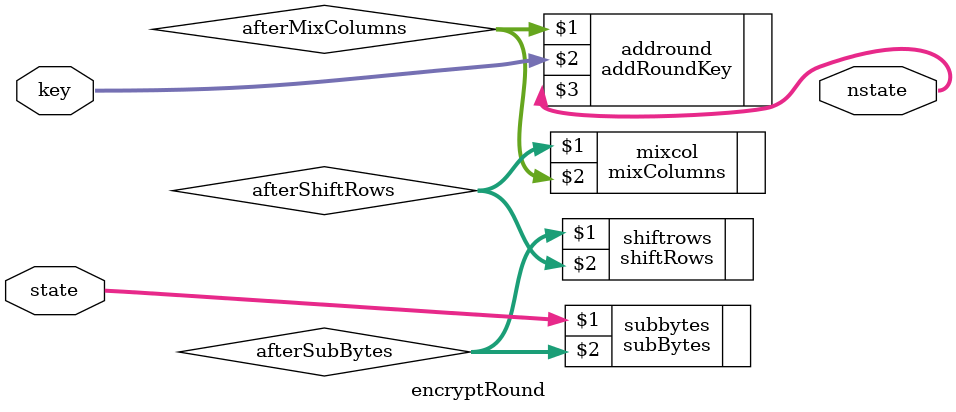
<source format=v>
module encryptRound(input [0:127] state, input [0:127] key, output [0:127] nstate);

wire[0:127] afterSubBytes, afterShiftRows, afterMixColumns;

subBytes subbytes(state, afterSubBytes);
shiftRows shiftrows(afterSubBytes, afterShiftRows);
mixColumns mixcol(afterShiftRows, afterMixColumns);
addRoundKey addround(afterMixColumns, key, nstate);

endmodule

</source>
